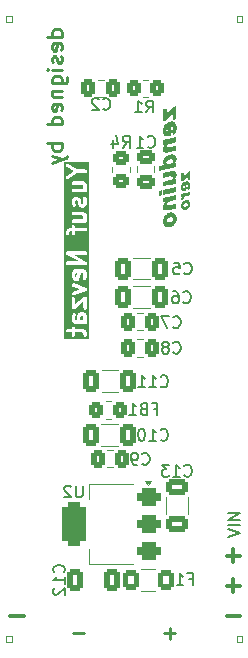
<source format=gbo>
G04 #@! TF.GenerationSoftware,KiCad,Pcbnew,8.0.4*
G04 #@! TF.CreationDate,2024-10-13T11:01:47+03:00*
G04 #@! TF.ProjectId,stm32f0_nucleo,73746d33-3266-4305-9f6e-75636c656f2e,rev?*
G04 #@! TF.SameCoordinates,Original*
G04 #@! TF.FileFunction,Legend,Bot*
G04 #@! TF.FilePolarity,Positive*
%FSLAX46Y46*%
G04 Gerber Fmt 4.6, Leading zero omitted, Abs format (unit mm)*
G04 Created by KiCad (PCBNEW 8.0.4) date 2024-10-13 11:01:47*
%MOMM*%
%LPD*%
G01*
G04 APERTURE LIST*
G04 Aperture macros list*
%AMRoundRect*
0 Rectangle with rounded corners*
0 $1 Rounding radius*
0 $2 $3 $4 $5 $6 $7 $8 $9 X,Y pos of 4 corners*
0 Add a 4 corners polygon primitive as box body*
4,1,4,$2,$3,$4,$5,$6,$7,$8,$9,$2,$3,0*
0 Add four circle primitives for the rounded corners*
1,1,$1+$1,$2,$3*
1,1,$1+$1,$4,$5*
1,1,$1+$1,$6,$7*
1,1,$1+$1,$8,$9*
0 Add four rect primitives between the rounded corners*
20,1,$1+$1,$2,$3,$4,$5,0*
20,1,$1+$1,$4,$5,$6,$7,0*
20,1,$1+$1,$6,$7,$8,$9,0*
20,1,$1+$1,$8,$9,$2,$3,0*%
G04 Aperture macros list end*
%ADD10C,0.200000*%
%ADD11C,0.250000*%
%ADD12C,0.300000*%
%ADD13C,0.050000*%
%ADD14C,0.150000*%
%ADD15C,0.120000*%
%ADD16O,1.700000X1.700000*%
%ADD17R,1.700000X1.700000*%
%ADD18RoundRect,0.250000X0.412500X0.650000X-0.412500X0.650000X-0.412500X-0.650000X0.412500X-0.650000X0*%
%ADD19RoundRect,0.250000X0.650000X-0.412500X0.650000X0.412500X-0.650000X0.412500X-0.650000X-0.412500X0*%
%ADD20RoundRect,0.250000X0.350000X0.450000X-0.350000X0.450000X-0.350000X-0.450000X0.350000X-0.450000X0*%
%ADD21RoundRect,0.375000X0.625000X0.375000X-0.625000X0.375000X-0.625000X-0.375000X0.625000X-0.375000X0*%
%ADD22RoundRect,0.500000X0.500000X1.400000X-0.500000X1.400000X-0.500000X-1.400000X0.500000X-1.400000X0*%
%ADD23RoundRect,0.250000X-0.337500X-0.475000X0.337500X-0.475000X0.337500X0.475000X-0.337500X0.475000X0*%
%ADD24RoundRect,0.250000X-0.450000X0.350000X-0.450000X-0.350000X0.450000X-0.350000X0.450000X0.350000X0*%
%ADD25RoundRect,0.250000X-0.412500X-0.650000X0.412500X-0.650000X0.412500X0.650000X-0.412500X0.650000X0*%
%ADD26RoundRect,0.250000X0.337500X0.475000X-0.337500X0.475000X-0.337500X-0.475000X0.337500X-0.475000X0*%
%ADD27RoundRect,0.250000X-0.475000X0.337500X-0.475000X-0.337500X0.475000X-0.337500X0.475000X0.337500X0*%
%ADD28RoundRect,0.250001X0.462499X0.624999X-0.462499X0.624999X-0.462499X-0.624999X0.462499X-0.624999X0*%
G04 APERTURE END LIST*
D10*
X156277219Y-101603183D02*
X157277219Y-101269850D01*
X157277219Y-101269850D02*
X156277219Y-100936517D01*
X157277219Y-100603183D02*
X156277219Y-100603183D01*
X157277219Y-100126993D02*
X156277219Y-100126993D01*
X156277219Y-100126993D02*
X157277219Y-99555565D01*
X157277219Y-99555565D02*
X156277219Y-99555565D01*
D11*
X150880187Y-109763000D02*
X151794473Y-109763000D01*
X151337330Y-110220142D02*
X151337330Y-109305857D01*
X143180187Y-109743000D02*
X144094473Y-109743000D01*
D12*
X137844510Y-108259400D02*
X138987368Y-108259400D01*
X156154510Y-108279400D02*
X157297368Y-108279400D01*
X156154510Y-103189400D02*
X157297368Y-103189400D01*
X156725939Y-103760828D02*
X156725939Y-102617971D01*
X156164510Y-105719400D02*
X157307368Y-105719400D01*
X156735939Y-106290828D02*
X156735939Y-105147971D01*
D13*
X137500000Y-57500000D02*
X138000000Y-57500000D01*
X138000000Y-58000000D01*
X137500000Y-58000000D01*
X137500000Y-57500000D01*
X157000000Y-57500000D02*
X157500000Y-57500000D01*
X157500000Y-58000000D01*
X157000000Y-58000000D01*
X157000000Y-57500000D01*
X137500000Y-110000000D02*
X138000000Y-110000000D01*
X138000000Y-110500000D01*
X137500000Y-110500000D01*
X137500000Y-110000000D01*
X157000000Y-110000000D02*
X157500000Y-110000000D01*
X157500000Y-110500000D01*
X157000000Y-110500000D01*
X157000000Y-110000000D01*
D11*
G36*
X150802976Y-65406646D02*
G01*
X150802976Y-66399494D01*
X151043677Y-66349668D01*
X151623632Y-65688747D01*
X151623632Y-66262473D01*
X151905000Y-66203855D01*
X151905000Y-65137369D01*
X151637920Y-65193056D01*
X151084344Y-65819905D01*
X151084344Y-65348394D01*
X150802976Y-65406646D01*
G37*
G36*
X151592124Y-66426761D02*
G01*
X151671259Y-66448953D01*
X151695763Y-66459275D01*
X151761625Y-66496231D01*
X151821345Y-66547830D01*
X151866898Y-66610519D01*
X151874351Y-66624570D01*
X151901940Y-66697786D01*
X151918289Y-66776589D01*
X151926283Y-66856135D01*
X151928447Y-66932187D01*
X151925768Y-67020510D01*
X151917731Y-67101928D01*
X151904335Y-67176443D01*
X151881936Y-67254652D01*
X151852243Y-67323464D01*
X151820052Y-67377938D01*
X151773704Y-67439928D01*
X151717890Y-67500235D01*
X151662515Y-67550587D01*
X151600184Y-67599703D01*
X151553290Y-67205495D01*
X151574791Y-67182025D01*
X151618136Y-67120132D01*
X151635773Y-67074966D01*
X151647079Y-66999232D01*
X151647013Y-66993305D01*
X151630135Y-66916250D01*
X151579302Y-66858548D01*
X151510896Y-66834784D01*
X151436053Y-66834734D01*
X151436053Y-67657222D01*
X151389891Y-67666748D01*
X151363958Y-67671861D01*
X151289851Y-67683165D01*
X151210393Y-67688703D01*
X151128814Y-67684942D01*
X151048806Y-67667847D01*
X151016990Y-67656117D01*
X150952519Y-67620977D01*
X150892441Y-67567726D01*
X150848771Y-67507013D01*
X150828823Y-67467314D01*
X150803939Y-67392484D01*
X150789266Y-67315587D01*
X150781963Y-67241193D01*
X150779528Y-67158967D01*
X150780151Y-67123916D01*
X150780677Y-67117568D01*
X151060896Y-67117568D01*
X151067185Y-67179618D01*
X151098998Y-67246161D01*
X151149556Y-67277577D01*
X151225027Y-67283897D01*
X151225027Y-66879797D01*
X151176891Y-66901041D01*
X151118415Y-66949040D01*
X151101845Y-66971798D01*
X151070389Y-67042564D01*
X151060896Y-67117568D01*
X150780677Y-67117568D01*
X150787154Y-67039344D01*
X150801940Y-66959138D01*
X150824506Y-66883296D01*
X150854855Y-66811819D01*
X150892985Y-66744707D01*
X150938897Y-66681960D01*
X150959203Y-66658281D01*
X151013336Y-66603867D01*
X151072282Y-66556286D01*
X151136040Y-66515539D01*
X151204610Y-66481625D01*
X151277992Y-66454545D01*
X151356186Y-66434298D01*
X151433122Y-66422227D01*
X151515554Y-66418907D01*
X151592124Y-66426761D01*
G37*
G36*
X150802976Y-67999773D02*
G01*
X150802976Y-68381891D01*
X150981762Y-68344888D01*
X150931249Y-68398400D01*
X150883728Y-68456904D01*
X150842484Y-68519801D01*
X150826423Y-68550418D01*
X150799724Y-68620837D01*
X150784108Y-68698096D01*
X150779528Y-68774267D01*
X150786054Y-68853287D01*
X150808997Y-68927898D01*
X150853862Y-68993056D01*
X150883942Y-69018632D01*
X150951453Y-69051018D01*
X151026546Y-69063944D01*
X151103898Y-69063008D01*
X151178851Y-69053107D01*
X151205610Y-69047941D01*
X151905000Y-68902494D01*
X151905000Y-68490701D01*
X151297934Y-68616730D01*
X151223493Y-68626246D01*
X151151022Y-68610136D01*
X151110493Y-68545426D01*
X151107791Y-68514148D01*
X151124231Y-68439574D01*
X151166043Y-68381158D01*
X151228609Y-68338065D01*
X151297475Y-68311089D01*
X151374870Y-68291399D01*
X151905000Y-68181123D01*
X151905000Y-67770795D01*
X150802976Y-67999773D01*
G37*
G36*
X151606853Y-69221888D02*
G01*
X151679505Y-69236512D01*
X151757721Y-69265195D01*
X151806905Y-69293543D01*
X151861757Y-69344622D01*
X151900270Y-69408988D01*
X151922445Y-69486643D01*
X151928447Y-69563782D01*
X151925722Y-69617477D01*
X151911417Y-69695358D01*
X151884849Y-69770045D01*
X151854908Y-69823832D01*
X151810420Y-69883940D01*
X151757355Y-69944068D01*
X151905000Y-69913293D01*
X151905000Y-70297243D01*
X150404371Y-70609385D01*
X150404371Y-70195027D01*
X150897864Y-70092445D01*
X150846024Y-70038224D01*
X150809204Y-69972278D01*
X150802249Y-69953948D01*
X150784426Y-69878482D01*
X150784063Y-69872993D01*
X151060896Y-69872993D01*
X151076513Y-69940168D01*
X151131971Y-69993527D01*
X151195358Y-70012967D01*
X151271656Y-70013770D01*
X151347027Y-70002320D01*
X151366600Y-69998019D01*
X151437938Y-69978156D01*
X151511461Y-69947337D01*
X151576737Y-69901570D01*
X151585255Y-69893145D01*
X151629494Y-69831686D01*
X151647079Y-69756123D01*
X151633755Y-69699052D01*
X151577470Y-69647313D01*
X151513705Y-69630260D01*
X151435431Y-69631011D01*
X151357285Y-69643283D01*
X151337631Y-69647563D01*
X151266202Y-69666946D01*
X151193079Y-69696263D01*
X151129040Y-69738904D01*
X151080128Y-69799569D01*
X151060896Y-69872993D01*
X150784063Y-69872993D01*
X150779528Y-69804483D01*
X150784629Y-69732209D01*
X150803472Y-69651341D01*
X150836200Y-69574189D01*
X150875304Y-69511017D01*
X150924609Y-69450575D01*
X150972971Y-69403805D01*
X151039295Y-69354174D01*
X151114660Y-69311627D01*
X151184371Y-69281583D01*
X151260361Y-69256458D01*
X151342630Y-69236252D01*
X151372888Y-69230397D01*
X151446016Y-69220231D01*
X151529024Y-69216462D01*
X151606853Y-69221888D01*
G37*
G36*
X151905000Y-71697854D02*
G01*
X151905000Y-71314637D01*
X151726580Y-71351639D01*
X151777253Y-71298150D01*
X151824899Y-71239727D01*
X151866215Y-71176987D01*
X151882285Y-71146475D01*
X151908567Y-71076596D01*
X151923939Y-70999443D01*
X151928447Y-70922993D01*
X151921944Y-70844271D01*
X151899082Y-70769831D01*
X151854374Y-70704658D01*
X151824399Y-70678995D01*
X151756799Y-70646608D01*
X151681820Y-70633682D01*
X151604718Y-70634619D01*
X151530091Y-70644519D01*
X151503464Y-70649685D01*
X150802976Y-70795132D01*
X150802976Y-71207292D01*
X151409309Y-71081263D01*
X151483633Y-71071923D01*
X151556587Y-71087857D01*
X151597460Y-71152223D01*
X151600184Y-71183478D01*
X151583848Y-71257584D01*
X151542299Y-71316102D01*
X151479732Y-71359432D01*
X151410867Y-71386508D01*
X151333471Y-71406228D01*
X150802976Y-71516503D01*
X150802976Y-71926831D01*
X151905000Y-71697854D01*
G37*
G36*
X150404371Y-72296859D02*
G01*
X150404371Y-72706821D01*
X150685739Y-72648203D01*
X150685739Y-72238241D01*
X150404371Y-72296859D01*
G37*
G36*
X150802976Y-72213695D02*
G01*
X150802976Y-72623656D01*
X151905000Y-72394678D01*
X151905000Y-71984717D01*
X150802976Y-72213695D01*
G37*
G36*
X150802976Y-72897330D02*
G01*
X150802976Y-73279448D01*
X150981762Y-73242445D01*
X150931249Y-73295957D01*
X150883728Y-73354462D01*
X150842484Y-73417359D01*
X150826423Y-73447976D01*
X150799724Y-73518395D01*
X150784108Y-73595653D01*
X150779528Y-73671824D01*
X150786054Y-73750845D01*
X150808997Y-73825455D01*
X150853862Y-73890614D01*
X150883942Y-73916189D01*
X150951453Y-73948576D01*
X151026546Y-73961502D01*
X151103898Y-73960565D01*
X151178851Y-73950665D01*
X151205610Y-73945498D01*
X151905000Y-73800052D01*
X151905000Y-73388258D01*
X151297934Y-73514288D01*
X151223493Y-73523804D01*
X151151022Y-73507693D01*
X151110493Y-73442984D01*
X151107791Y-73411706D01*
X151124231Y-73337132D01*
X151166043Y-73278715D01*
X151228609Y-73235623D01*
X151297475Y-73208647D01*
X151374870Y-73188956D01*
X151905000Y-73078681D01*
X151905000Y-72668353D01*
X150802976Y-72897330D01*
G37*
G36*
X151573653Y-74124078D02*
G01*
X151654389Y-74146266D01*
X151727835Y-74183704D01*
X151793991Y-74236392D01*
X151810273Y-74253282D01*
X151858987Y-74320195D01*
X151890500Y-74387206D01*
X151912559Y-74463129D01*
X151925164Y-74547965D01*
X151928447Y-74625471D01*
X151927814Y-74661288D01*
X151920698Y-74747677D01*
X151905675Y-74829558D01*
X151882745Y-74906931D01*
X151851908Y-74979796D01*
X151813164Y-75048153D01*
X151766514Y-75112002D01*
X151745914Y-75136121D01*
X151691285Y-75191471D01*
X151632184Y-75239755D01*
X151568611Y-75280972D01*
X151500565Y-75315124D01*
X151428047Y-75342210D01*
X151351057Y-75362229D01*
X151282276Y-75373306D01*
X151204343Y-75377153D01*
X151119771Y-75368618D01*
X151042035Y-75346058D01*
X150971137Y-75309473D01*
X150959349Y-75301517D01*
X150896477Y-75245687D01*
X150847078Y-75175972D01*
X150816204Y-75107270D01*
X150794685Y-75028925D01*
X150782522Y-74940939D01*
X150779528Y-74863607D01*
X150780165Y-74828757D01*
X150781687Y-74810851D01*
X151060896Y-74810851D01*
X151078756Y-74884948D01*
X151132337Y-74937979D01*
X151196153Y-74959824D01*
X151273117Y-74961744D01*
X151349225Y-74950436D01*
X151368445Y-74946251D01*
X151446646Y-74923595D01*
X151517629Y-74891080D01*
X151576371Y-74846388D01*
X151592943Y-74828173D01*
X151633545Y-74760273D01*
X151647079Y-74685921D01*
X151647009Y-74680469D01*
X151629127Y-74609259D01*
X151575272Y-74555129D01*
X151510442Y-74533387D01*
X151431735Y-74531742D01*
X151353621Y-74543405D01*
X151335416Y-74547418D01*
X151260825Y-74569584D01*
X151192017Y-74602099D01*
X151133436Y-74647452D01*
X151112539Y-74670858D01*
X151074781Y-74735397D01*
X151060896Y-74810851D01*
X150781687Y-74810851D01*
X150787330Y-74744436D01*
X150802455Y-74664122D01*
X150825540Y-74587815D01*
X150856587Y-74515515D01*
X150895593Y-74447223D01*
X150942561Y-74382937D01*
X150963284Y-74358643D01*
X151018112Y-74302915D01*
X151077251Y-74254344D01*
X151140701Y-74212927D01*
X151208462Y-74178666D01*
X151280535Y-74151561D01*
X151356919Y-74131612D01*
X151406703Y-74123008D01*
X151485627Y-74117140D01*
X151573653Y-74124078D01*
G37*
X142237905Y-59241139D02*
X140937905Y-59241139D01*
X142176001Y-59241139D02*
X142237905Y-59117330D01*
X142237905Y-59117330D02*
X142237905Y-58869711D01*
X142237905Y-58869711D02*
X142176001Y-58745901D01*
X142176001Y-58745901D02*
X142114096Y-58683996D01*
X142114096Y-58683996D02*
X141990286Y-58622092D01*
X141990286Y-58622092D02*
X141618858Y-58622092D01*
X141618858Y-58622092D02*
X141495048Y-58683996D01*
X141495048Y-58683996D02*
X141433143Y-58745901D01*
X141433143Y-58745901D02*
X141371239Y-58869711D01*
X141371239Y-58869711D02*
X141371239Y-59117330D01*
X141371239Y-59117330D02*
X141433143Y-59241139D01*
X142176001Y-60355424D02*
X142237905Y-60231615D01*
X142237905Y-60231615D02*
X142237905Y-59983996D01*
X142237905Y-59983996D02*
X142176001Y-59860186D01*
X142176001Y-59860186D02*
X142052191Y-59798282D01*
X142052191Y-59798282D02*
X141556953Y-59798282D01*
X141556953Y-59798282D02*
X141433143Y-59860186D01*
X141433143Y-59860186D02*
X141371239Y-59983996D01*
X141371239Y-59983996D02*
X141371239Y-60231615D01*
X141371239Y-60231615D02*
X141433143Y-60355424D01*
X141433143Y-60355424D02*
X141556953Y-60417329D01*
X141556953Y-60417329D02*
X141680762Y-60417329D01*
X141680762Y-60417329D02*
X141804572Y-59798282D01*
X142176001Y-60912568D02*
X142237905Y-61036377D01*
X142237905Y-61036377D02*
X142237905Y-61283996D01*
X142237905Y-61283996D02*
X142176001Y-61407806D01*
X142176001Y-61407806D02*
X142052191Y-61469710D01*
X142052191Y-61469710D02*
X141990286Y-61469710D01*
X141990286Y-61469710D02*
X141866477Y-61407806D01*
X141866477Y-61407806D02*
X141804572Y-61283996D01*
X141804572Y-61283996D02*
X141804572Y-61098282D01*
X141804572Y-61098282D02*
X141742667Y-60974472D01*
X141742667Y-60974472D02*
X141618858Y-60912568D01*
X141618858Y-60912568D02*
X141556953Y-60912568D01*
X141556953Y-60912568D02*
X141433143Y-60974472D01*
X141433143Y-60974472D02*
X141371239Y-61098282D01*
X141371239Y-61098282D02*
X141371239Y-61283996D01*
X141371239Y-61283996D02*
X141433143Y-61407806D01*
X142237905Y-62026853D02*
X141371239Y-62026853D01*
X140937905Y-62026853D02*
X140999810Y-61964949D01*
X140999810Y-61964949D02*
X141061715Y-62026853D01*
X141061715Y-62026853D02*
X140999810Y-62088758D01*
X140999810Y-62088758D02*
X140937905Y-62026853D01*
X140937905Y-62026853D02*
X141061715Y-62026853D01*
X141371239Y-63203044D02*
X142423620Y-63203044D01*
X142423620Y-63203044D02*
X142547429Y-63141139D01*
X142547429Y-63141139D02*
X142609334Y-63079235D01*
X142609334Y-63079235D02*
X142671239Y-62955425D01*
X142671239Y-62955425D02*
X142671239Y-62769711D01*
X142671239Y-62769711D02*
X142609334Y-62645901D01*
X142176001Y-63203044D02*
X142237905Y-63079235D01*
X142237905Y-63079235D02*
X142237905Y-62831616D01*
X142237905Y-62831616D02*
X142176001Y-62707806D01*
X142176001Y-62707806D02*
X142114096Y-62645901D01*
X142114096Y-62645901D02*
X141990286Y-62583997D01*
X141990286Y-62583997D02*
X141618858Y-62583997D01*
X141618858Y-62583997D02*
X141495048Y-62645901D01*
X141495048Y-62645901D02*
X141433143Y-62707806D01*
X141433143Y-62707806D02*
X141371239Y-62831616D01*
X141371239Y-62831616D02*
X141371239Y-63079235D01*
X141371239Y-63079235D02*
X141433143Y-63203044D01*
X141371239Y-63822091D02*
X142237905Y-63822091D01*
X141495048Y-63822091D02*
X141433143Y-63883996D01*
X141433143Y-63883996D02*
X141371239Y-64007806D01*
X141371239Y-64007806D02*
X141371239Y-64193520D01*
X141371239Y-64193520D02*
X141433143Y-64317329D01*
X141433143Y-64317329D02*
X141556953Y-64379234D01*
X141556953Y-64379234D02*
X142237905Y-64379234D01*
X142176001Y-65493519D02*
X142237905Y-65369710D01*
X142237905Y-65369710D02*
X142237905Y-65122091D01*
X142237905Y-65122091D02*
X142176001Y-64998281D01*
X142176001Y-64998281D02*
X142052191Y-64936377D01*
X142052191Y-64936377D02*
X141556953Y-64936377D01*
X141556953Y-64936377D02*
X141433143Y-64998281D01*
X141433143Y-64998281D02*
X141371239Y-65122091D01*
X141371239Y-65122091D02*
X141371239Y-65369710D01*
X141371239Y-65369710D02*
X141433143Y-65493519D01*
X141433143Y-65493519D02*
X141556953Y-65555424D01*
X141556953Y-65555424D02*
X141680762Y-65555424D01*
X141680762Y-65555424D02*
X141804572Y-64936377D01*
X142237905Y-66669710D02*
X140937905Y-66669710D01*
X142176001Y-66669710D02*
X142237905Y-66545901D01*
X142237905Y-66545901D02*
X142237905Y-66298282D01*
X142237905Y-66298282D02*
X142176001Y-66174472D01*
X142176001Y-66174472D02*
X142114096Y-66112567D01*
X142114096Y-66112567D02*
X141990286Y-66050663D01*
X141990286Y-66050663D02*
X141618858Y-66050663D01*
X141618858Y-66050663D02*
X141495048Y-66112567D01*
X141495048Y-66112567D02*
X141433143Y-66174472D01*
X141433143Y-66174472D02*
X141371239Y-66298282D01*
X141371239Y-66298282D02*
X141371239Y-66545901D01*
X141371239Y-66545901D02*
X141433143Y-66669710D01*
X142237905Y-68279233D02*
X140937905Y-68279233D01*
X141433143Y-68279233D02*
X141371239Y-68403043D01*
X141371239Y-68403043D02*
X141371239Y-68650662D01*
X141371239Y-68650662D02*
X141433143Y-68774471D01*
X141433143Y-68774471D02*
X141495048Y-68836376D01*
X141495048Y-68836376D02*
X141618858Y-68898281D01*
X141618858Y-68898281D02*
X141990286Y-68898281D01*
X141990286Y-68898281D02*
X142114096Y-68836376D01*
X142114096Y-68836376D02*
X142176001Y-68774471D01*
X142176001Y-68774471D02*
X142237905Y-68650662D01*
X142237905Y-68650662D02*
X142237905Y-68403043D01*
X142237905Y-68403043D02*
X142176001Y-68279233D01*
X141371239Y-69331614D02*
X142237905Y-69641138D01*
X141371239Y-69950661D02*
X142237905Y-69641138D01*
X142237905Y-69641138D02*
X142547429Y-69517328D01*
X142547429Y-69517328D02*
X142609334Y-69455423D01*
X142609334Y-69455423D02*
X142671239Y-69331614D01*
G36*
X152325317Y-70814431D02*
G01*
X152325317Y-71476329D01*
X152485785Y-71443112D01*
X152872421Y-71002498D01*
X152872421Y-71384982D01*
X153060000Y-71345903D01*
X153060000Y-70634912D01*
X152881946Y-70672037D01*
X152512896Y-71089937D01*
X152512896Y-70775596D01*
X152325317Y-70814431D01*
G37*
G36*
X152851416Y-71494507D02*
G01*
X152904173Y-71509302D01*
X152920509Y-71516183D01*
X152964417Y-71540820D01*
X153004230Y-71575220D01*
X153034598Y-71617013D01*
X153039567Y-71626380D01*
X153057960Y-71675191D01*
X153068859Y-71727726D01*
X153074188Y-71780757D01*
X153075631Y-71831458D01*
X153073845Y-71890340D01*
X153068487Y-71944619D01*
X153059557Y-71994295D01*
X153044624Y-72046435D01*
X153024829Y-72092309D01*
X153003368Y-72128625D01*
X152972469Y-72169952D01*
X152935260Y-72210157D01*
X152898343Y-72243725D01*
X152856789Y-72276468D01*
X152825526Y-72013663D01*
X152839860Y-71998016D01*
X152868757Y-71956755D01*
X152880515Y-71926644D01*
X152888053Y-71876154D01*
X152888008Y-71872203D01*
X152876756Y-71820833D01*
X152842868Y-71782365D01*
X152797264Y-71766523D01*
X152747369Y-71766489D01*
X152747369Y-72314815D01*
X152716594Y-72321165D01*
X152699305Y-72324574D01*
X152649900Y-72332110D01*
X152596928Y-72335802D01*
X152542542Y-72333294D01*
X152489204Y-72321898D01*
X152467993Y-72314078D01*
X152425012Y-72290651D01*
X152384960Y-72255150D01*
X152355847Y-72214675D01*
X152342549Y-72188209D01*
X152325959Y-72138322D01*
X152316177Y-72087058D01*
X152311308Y-72037462D01*
X152309685Y-71982644D01*
X152310100Y-71959277D01*
X152310450Y-71955045D01*
X152497264Y-71955045D01*
X152501456Y-71996412D01*
X152522665Y-72040774D01*
X152556371Y-72061718D01*
X152606685Y-72065931D01*
X152606685Y-71796531D01*
X152574594Y-71810694D01*
X152535610Y-71842693D01*
X152524563Y-71857865D01*
X152503593Y-71905042D01*
X152497264Y-71955045D01*
X152310450Y-71955045D01*
X152314769Y-71902896D01*
X152324626Y-71849425D01*
X152339671Y-71798864D01*
X152359903Y-71751213D01*
X152385323Y-71706471D01*
X152415931Y-71664640D01*
X152429468Y-71648854D01*
X152465557Y-71612578D01*
X152504855Y-71580857D01*
X152547360Y-71553692D01*
X152593073Y-71531083D01*
X152641994Y-71513030D01*
X152694124Y-71499532D01*
X152745415Y-71491484D01*
X152800369Y-71489271D01*
X152851416Y-71494507D01*
G37*
G36*
X152325317Y-72545868D02*
G01*
X152325317Y-72802079D01*
X152446461Y-72776922D01*
X152406362Y-72806235D01*
X152367846Y-72840330D01*
X152338995Y-72875352D01*
X152317957Y-72920679D01*
X152309800Y-72971480D01*
X152309685Y-72978667D01*
X152315933Y-73028288D01*
X152332792Y-73075165D01*
X152347543Y-73102986D01*
X152549288Y-72976713D01*
X152531953Y-72929899D01*
X152528527Y-72904417D01*
X152539945Y-72854225D01*
X152571390Y-72814046D01*
X152574200Y-72811605D01*
X152619064Y-72781787D01*
X152666219Y-72760680D01*
X152715177Y-72744039D01*
X152772018Y-72728738D01*
X152814291Y-72719281D01*
X153060000Y-72668234D01*
X153060000Y-72393217D01*
X152325317Y-72545868D01*
G37*
G36*
X152839102Y-73071830D02*
G01*
X152892926Y-73086622D01*
X152941890Y-73111581D01*
X152985994Y-73146706D01*
X152996848Y-73157966D01*
X153029324Y-73202575D01*
X153050333Y-73247248D01*
X153065039Y-73297864D01*
X153073443Y-73354421D01*
X153075631Y-73406092D01*
X153075209Y-73429970D01*
X153070465Y-73487563D01*
X153060450Y-73542150D01*
X153045163Y-73593732D01*
X153024605Y-73642309D01*
X152998776Y-73687880D01*
X152967676Y-73730446D01*
X152953943Y-73746525D01*
X152917523Y-73783425D01*
X152878123Y-73815614D01*
X152835740Y-73843093D01*
X152790376Y-73865861D01*
X152742031Y-73883918D01*
X152690704Y-73897264D01*
X152644850Y-73904649D01*
X152592895Y-73907213D01*
X152536514Y-73901523D01*
X152484690Y-73886483D01*
X152437424Y-73862093D01*
X152429566Y-73856790D01*
X152387651Y-73819569D01*
X152354718Y-73773092D01*
X152334136Y-73727291D01*
X152319790Y-73675061D01*
X152311681Y-73616404D01*
X152309685Y-73564849D01*
X152310110Y-73541616D01*
X152311124Y-73529678D01*
X152497264Y-73529678D01*
X152509171Y-73579077D01*
X152544891Y-73614431D01*
X152587435Y-73628994D01*
X152638745Y-73630274D01*
X152689483Y-73622735D01*
X152702296Y-73619945D01*
X152754430Y-73604841D01*
X152801752Y-73583165D01*
X152840914Y-73553370D01*
X152851962Y-73541227D01*
X152879030Y-73495960D01*
X152888053Y-73446392D01*
X152888006Y-73442757D01*
X152876085Y-73395284D01*
X152840181Y-73359197D01*
X152796961Y-73344703D01*
X152744490Y-73343606D01*
X152692414Y-73351381D01*
X152680277Y-73354056D01*
X152630550Y-73368834D01*
X152584678Y-73390511D01*
X152545624Y-73420746D01*
X152531692Y-73436350D01*
X152506520Y-73479376D01*
X152497264Y-73529678D01*
X152311124Y-73529678D01*
X152314886Y-73485402D01*
X152324970Y-73431859D01*
X152340360Y-73380988D01*
X152361058Y-73332788D01*
X152387062Y-73287260D01*
X152418374Y-73244403D01*
X152432189Y-73228206D01*
X152468741Y-73191055D01*
X152508167Y-73158674D01*
X152550467Y-73131063D01*
X152595641Y-73108222D01*
X152643690Y-73090152D01*
X152694612Y-73076852D01*
X152727802Y-73071116D01*
X152780418Y-73067205D01*
X152839102Y-73071830D01*
G37*
D12*
G36*
X144007597Y-82894886D02*
G01*
X144040828Y-82961349D01*
X144040828Y-83247672D01*
X144026695Y-83275940D01*
X143769400Y-83275940D01*
X143769400Y-82961349D01*
X143802631Y-82894885D01*
X143869095Y-82861654D01*
X143941133Y-82861654D01*
X144007597Y-82894886D01*
G37*
G36*
X143426411Y-79626026D02*
G01*
X143374060Y-79599851D01*
X143340828Y-79533386D01*
X143340828Y-79318493D01*
X143374060Y-79252028D01*
X143440524Y-79218797D01*
X143507858Y-79218797D01*
X143426411Y-79626026D01*
G37*
G36*
X144507495Y-84811153D02*
G01*
X142374161Y-84811153D01*
X142374161Y-84110961D01*
X142543710Y-84110961D01*
X142543710Y-84169489D01*
X142566108Y-84223561D01*
X142607492Y-84264945D01*
X142661564Y-84287343D01*
X142690828Y-84290225D01*
X143040828Y-84290225D01*
X143040828Y-84497368D01*
X143043710Y-84526632D01*
X143066108Y-84580704D01*
X143107492Y-84622088D01*
X143161564Y-84644486D01*
X143220092Y-84644486D01*
X143274164Y-84622088D01*
X143315548Y-84580704D01*
X143337946Y-84526632D01*
X143340828Y-84497368D01*
X143340828Y-84290225D01*
X143941132Y-84290225D01*
X144007596Y-84323457D01*
X144040828Y-84389920D01*
X144040828Y-84497368D01*
X144043710Y-84526632D01*
X144066108Y-84580704D01*
X144107492Y-84622088D01*
X144161564Y-84644486D01*
X144220092Y-84644486D01*
X144274164Y-84622088D01*
X144315548Y-84580704D01*
X144337946Y-84526632D01*
X144340828Y-84497368D01*
X144340828Y-84354511D01*
X144337946Y-84325247D01*
X144335883Y-84320268D01*
X144335502Y-84314893D01*
X144324992Y-84287430D01*
X144253564Y-84144572D01*
X144250483Y-84139678D01*
X144249714Y-84137370D01*
X144247220Y-84134494D01*
X144237899Y-84119687D01*
X144223692Y-84107366D01*
X144211368Y-84093155D01*
X144196557Y-84083832D01*
X144193684Y-84081340D01*
X144191376Y-84080570D01*
X144186482Y-84077490D01*
X144043624Y-84006061D01*
X144016161Y-83995551D01*
X144010783Y-83995168D01*
X144005806Y-83993107D01*
X143976542Y-83990225D01*
X143340828Y-83990225D01*
X143340828Y-83925940D01*
X143337946Y-83896676D01*
X143315548Y-83842604D01*
X143274164Y-83801220D01*
X143220092Y-83778822D01*
X143161564Y-83778822D01*
X143107492Y-83801220D01*
X143066108Y-83842604D01*
X143043710Y-83896676D01*
X143040828Y-83925940D01*
X143040828Y-83990225D01*
X142690828Y-83990225D01*
X142661564Y-83993107D01*
X142607492Y-84015505D01*
X142566108Y-84056889D01*
X142543710Y-84110961D01*
X142374161Y-84110961D01*
X142374161Y-82925940D01*
X143040828Y-82925940D01*
X143040828Y-83211654D01*
X143043710Y-83240918D01*
X143045773Y-83245898D01*
X143046155Y-83251273D01*
X143056664Y-83278736D01*
X143128093Y-83421593D01*
X143131171Y-83426483D01*
X143131942Y-83428795D01*
X143134438Y-83431673D01*
X143143758Y-83446479D01*
X143157965Y-83458800D01*
X143170289Y-83473010D01*
X143185098Y-83482332D01*
X143187973Y-83484825D01*
X143190280Y-83485594D01*
X143195175Y-83488675D01*
X143338031Y-83560104D01*
X143365495Y-83570613D01*
X143370869Y-83570994D01*
X143375850Y-83573058D01*
X143405114Y-83575940D01*
X144190828Y-83575940D01*
X144220092Y-83573058D01*
X144274164Y-83550660D01*
X144315548Y-83509276D01*
X144337946Y-83455204D01*
X144337946Y-83396676D01*
X144321539Y-83357069D01*
X144324993Y-83350163D01*
X144335502Y-83322700D01*
X144335883Y-83317324D01*
X144337946Y-83312346D01*
X144340828Y-83283082D01*
X144340828Y-82925940D01*
X144337946Y-82896676D01*
X144335883Y-82891697D01*
X144335502Y-82886322D01*
X144324993Y-82858859D01*
X144253564Y-82716001D01*
X144250484Y-82711108D01*
X144249714Y-82708797D01*
X144247218Y-82705919D01*
X144237900Y-82691115D01*
X144223688Y-82678789D01*
X144211367Y-82664583D01*
X144196562Y-82655263D01*
X144193685Y-82652768D01*
X144191374Y-82651997D01*
X144186482Y-82648918D01*
X144043623Y-82577490D01*
X144016160Y-82566980D01*
X144010784Y-82566598D01*
X144005806Y-82564536D01*
X143976542Y-82561654D01*
X143833685Y-82561654D01*
X143804421Y-82564536D01*
X143799442Y-82566598D01*
X143794067Y-82566980D01*
X143766604Y-82577490D01*
X143623746Y-82648918D01*
X143618853Y-82651997D01*
X143616543Y-82652768D01*
X143613665Y-82655263D01*
X143598861Y-82664583D01*
X143586538Y-82678790D01*
X143572329Y-82691115D01*
X143563007Y-82705923D01*
X143560514Y-82708798D01*
X143559744Y-82711106D01*
X143556664Y-82716000D01*
X143485236Y-82858859D01*
X143474726Y-82886322D01*
X143474344Y-82891697D01*
X143472282Y-82896676D01*
X143469400Y-82925940D01*
X143469400Y-83247672D01*
X143455266Y-83275940D01*
X143440524Y-83275940D01*
X143374060Y-83242708D01*
X143340828Y-83176243D01*
X143340828Y-82961350D01*
X143396421Y-82850164D01*
X143406931Y-82822701D01*
X143411079Y-82764321D01*
X143392571Y-82708798D01*
X143354225Y-82664583D01*
X143301876Y-82638408D01*
X143243495Y-82634260D01*
X143187973Y-82652768D01*
X143143758Y-82691114D01*
X143128093Y-82716000D01*
X143056664Y-82858858D01*
X143046154Y-82886321D01*
X143045771Y-82891698D01*
X143043710Y-82896676D01*
X143040828Y-82925940D01*
X142374161Y-82925940D01*
X142374161Y-81425939D01*
X143040828Y-81425939D01*
X143040828Y-82211654D01*
X143041651Y-82220016D01*
X143041272Y-82223180D01*
X143042337Y-82226981D01*
X143043710Y-82240918D01*
X143051544Y-82259830D01*
X143057067Y-82279536D01*
X143062649Y-82286641D01*
X143066108Y-82294990D01*
X143080577Y-82309459D01*
X143093226Y-82325558D01*
X143101104Y-82329986D01*
X143107492Y-82336374D01*
X143126401Y-82344206D01*
X143144245Y-82354237D01*
X143153214Y-82355313D01*
X143161564Y-82358772D01*
X143182037Y-82358772D01*
X143202354Y-82361210D01*
X143211053Y-82358772D01*
X143220092Y-82358772D01*
X143239004Y-82350937D01*
X143258710Y-82345415D01*
X143270513Y-82337886D01*
X143274164Y-82336374D01*
X143276418Y-82334119D01*
X143283501Y-82329602D01*
X144040828Y-81734558D01*
X144040828Y-82211654D01*
X144043710Y-82240918D01*
X144066108Y-82294990D01*
X144107492Y-82336374D01*
X144161564Y-82358772D01*
X144220092Y-82358772D01*
X144274164Y-82336374D01*
X144315548Y-82294990D01*
X144337946Y-82240918D01*
X144340828Y-82211654D01*
X144340828Y-81425939D01*
X144340004Y-81417576D01*
X144340384Y-81414413D01*
X144339318Y-81410611D01*
X144337946Y-81396675D01*
X144330111Y-81377762D01*
X144324589Y-81358057D01*
X144319006Y-81350951D01*
X144315548Y-81342603D01*
X144301078Y-81328133D01*
X144288430Y-81312035D01*
X144280551Y-81307606D01*
X144274164Y-81301219D01*
X144255254Y-81293386D01*
X144237411Y-81283356D01*
X144228441Y-81282279D01*
X144220092Y-81278821D01*
X144199619Y-81278821D01*
X144179302Y-81276383D01*
X144170603Y-81278821D01*
X144161564Y-81278821D01*
X144142651Y-81286655D01*
X144122946Y-81292178D01*
X144111142Y-81299706D01*
X144107492Y-81301219D01*
X144105237Y-81303473D01*
X144098155Y-81307991D01*
X143340828Y-81903034D01*
X143340828Y-81425939D01*
X143337946Y-81396675D01*
X143315548Y-81342603D01*
X143274164Y-81301219D01*
X143220092Y-81278821D01*
X143161564Y-81278821D01*
X143107492Y-81301219D01*
X143066108Y-81342603D01*
X143043710Y-81396675D01*
X143040828Y-81425939D01*
X142374161Y-81425939D01*
X142374161Y-80261160D01*
X143042438Y-80261160D01*
X143045345Y-80319615D01*
X143070399Y-80372507D01*
X143113788Y-80411787D01*
X143140378Y-80424343D01*
X143744846Y-80640225D01*
X143140378Y-80856107D01*
X143113788Y-80868663D01*
X143070399Y-80907943D01*
X143045345Y-80960835D01*
X143042438Y-81019290D01*
X143062123Y-81074408D01*
X143101403Y-81117797D01*
X143154295Y-81142851D01*
X143212750Y-81145758D01*
X143241278Y-81138629D01*
X144241278Y-80781486D01*
X144267868Y-80768930D01*
X144273450Y-80763876D01*
X144280253Y-80760654D01*
X144294984Y-80744381D01*
X144311257Y-80729650D01*
X144314479Y-80722847D01*
X144319533Y-80717265D01*
X144326916Y-80696590D01*
X144336311Y-80676758D01*
X144336684Y-80669239D01*
X144339218Y-80662147D01*
X144338127Y-80640225D01*
X144339218Y-80618303D01*
X144336684Y-80611210D01*
X144336311Y-80603692D01*
X144326916Y-80583859D01*
X144319533Y-80563185D01*
X144314479Y-80557602D01*
X144311257Y-80550800D01*
X144294984Y-80536068D01*
X144280253Y-80519796D01*
X144273450Y-80516573D01*
X144267868Y-80511520D01*
X144241278Y-80498964D01*
X143241278Y-80141821D01*
X143212750Y-80134692D01*
X143154295Y-80137599D01*
X143101403Y-80162653D01*
X143062123Y-80206042D01*
X143042438Y-80261160D01*
X142374161Y-80261160D01*
X142374161Y-79283083D01*
X143040828Y-79283083D01*
X143040828Y-79568797D01*
X143043710Y-79598061D01*
X143045773Y-79603041D01*
X143046155Y-79608416D01*
X143056664Y-79635879D01*
X143128093Y-79778736D01*
X143131171Y-79783626D01*
X143131942Y-79785938D01*
X143134438Y-79788816D01*
X143143758Y-79803622D01*
X143157965Y-79815943D01*
X143170289Y-79830153D01*
X143185098Y-79839475D01*
X143187973Y-79841968D01*
X143190280Y-79842737D01*
X143195175Y-79845818D01*
X143338031Y-79917247D01*
X143365495Y-79927756D01*
X143370869Y-79928137D01*
X143375850Y-79930201D01*
X143405114Y-79933083D01*
X143547815Y-79933083D01*
X143547971Y-79933083D01*
X143577235Y-79930201D01*
X143590811Y-79924577D01*
X143605229Y-79921725D01*
X143617587Y-79913486D01*
X143631307Y-79907803D01*
X143641697Y-79897412D01*
X143653926Y-79889260D01*
X143662190Y-79876919D01*
X143672691Y-79866419D01*
X143678314Y-79852843D01*
X143686493Y-79840631D01*
X143695058Y-79812500D01*
X143813798Y-79218797D01*
X143941133Y-79218797D01*
X144007597Y-79252029D01*
X144040828Y-79318492D01*
X144040828Y-79533387D01*
X143985236Y-79644572D01*
X143974726Y-79672036D01*
X143970578Y-79730416D01*
X143989086Y-79785938D01*
X144027433Y-79830153D01*
X144079782Y-79856328D01*
X144138162Y-79860476D01*
X144193684Y-79841968D01*
X144237899Y-79803621D01*
X144253564Y-79778736D01*
X144324992Y-79635878D01*
X144335502Y-79608415D01*
X144335883Y-79603039D01*
X144337946Y-79598061D01*
X144340828Y-79568797D01*
X144340828Y-79283083D01*
X144337946Y-79253819D01*
X144335883Y-79248840D01*
X144335502Y-79243465D01*
X144324993Y-79216002D01*
X144253564Y-79073144D01*
X144250484Y-79068251D01*
X144249714Y-79065940D01*
X144247218Y-79063062D01*
X144237900Y-79048258D01*
X144223688Y-79035932D01*
X144211367Y-79021726D01*
X144196562Y-79012406D01*
X144193685Y-79009911D01*
X144191374Y-79009140D01*
X144186482Y-79006061D01*
X144043623Y-78934633D01*
X144016160Y-78924123D01*
X144010784Y-78923741D01*
X144005806Y-78921679D01*
X143976542Y-78918797D01*
X143690990Y-78918797D01*
X143690985Y-78918796D01*
X143690980Y-78918797D01*
X143405114Y-78918797D01*
X143375850Y-78921679D01*
X143370871Y-78923741D01*
X143365496Y-78924123D01*
X143338033Y-78934633D01*
X143195175Y-79006061D01*
X143190281Y-79009141D01*
X143187973Y-79009911D01*
X143185097Y-79012404D01*
X143170290Y-79021726D01*
X143157969Y-79035932D01*
X143143758Y-79048257D01*
X143134435Y-79063067D01*
X143131943Y-79065941D01*
X143131173Y-79068248D01*
X143128093Y-79073143D01*
X143056664Y-79216001D01*
X143046154Y-79243464D01*
X143045771Y-79248841D01*
X143043710Y-79253819D01*
X143040828Y-79283083D01*
X142374161Y-79283083D01*
X142374161Y-77579273D01*
X142541194Y-77579273D01*
X142543710Y-77588497D01*
X142543710Y-77598060D01*
X142551345Y-77616492D01*
X142556594Y-77635737D01*
X142562448Y-77643296D01*
X142566108Y-77652132D01*
X142580215Y-77666239D01*
X142592429Y-77682011D01*
X142604692Y-77690716D01*
X142607492Y-77693516D01*
X142610239Y-77694654D01*
X142616407Y-77699032D01*
X143625993Y-78275939D01*
X142690828Y-78275939D01*
X142661564Y-78278821D01*
X142607492Y-78301219D01*
X142566108Y-78342603D01*
X142543710Y-78396675D01*
X142543710Y-78455203D01*
X142566108Y-78509275D01*
X142607492Y-78550659D01*
X142661564Y-78573057D01*
X142690828Y-78575939D01*
X144190828Y-78575939D01*
X144198354Y-78575197D01*
X144201306Y-78575573D01*
X144205127Y-78574530D01*
X144220092Y-78573057D01*
X144238524Y-78565421D01*
X144257769Y-78560173D01*
X144265328Y-78554318D01*
X144274164Y-78550659D01*
X144288271Y-78536551D01*
X144304043Y-78524338D01*
X144308787Y-78516035D01*
X144315548Y-78509275D01*
X144323182Y-78490844D01*
X144333081Y-78473522D01*
X144334286Y-78464036D01*
X144337946Y-78455203D01*
X144337946Y-78435253D01*
X144340462Y-78415462D01*
X144337946Y-78406236D01*
X144337946Y-78396675D01*
X144330312Y-78378246D01*
X144325063Y-78358998D01*
X144319206Y-78351436D01*
X144315548Y-78342603D01*
X144301442Y-78328497D01*
X144289227Y-78312724D01*
X144276963Y-78304018D01*
X144274164Y-78301219D01*
X144271416Y-78300080D01*
X144265249Y-78295703D01*
X143255662Y-77718796D01*
X144190828Y-77718796D01*
X144220092Y-77715914D01*
X144274164Y-77693516D01*
X144315548Y-77652132D01*
X144337946Y-77598060D01*
X144337946Y-77539532D01*
X144315548Y-77485460D01*
X144274164Y-77444076D01*
X144220092Y-77421678D01*
X144190828Y-77418796D01*
X142690828Y-77418796D01*
X142683302Y-77419537D01*
X142680351Y-77419162D01*
X142676530Y-77420204D01*
X142661564Y-77421678D01*
X142643131Y-77429313D01*
X142623887Y-77434562D01*
X142616327Y-77440416D01*
X142607492Y-77444076D01*
X142593384Y-77458183D01*
X142577613Y-77470397D01*
X142572868Y-77478699D01*
X142566108Y-77485460D01*
X142558473Y-77503890D01*
X142548575Y-77521213D01*
X142547369Y-77530698D01*
X142543710Y-77539532D01*
X142543710Y-77559481D01*
X142541194Y-77579273D01*
X142374161Y-77579273D01*
X142374161Y-75783082D01*
X142540828Y-75783082D01*
X142540828Y-75925939D01*
X142543710Y-75955203D01*
X142566108Y-76009275D01*
X142607492Y-76050659D01*
X142661564Y-76073057D01*
X142720092Y-76073057D01*
X142774164Y-76050659D01*
X142815548Y-76009275D01*
X142837946Y-75955203D01*
X142840828Y-75925939D01*
X142840828Y-75818492D01*
X142874060Y-75752027D01*
X142940524Y-75718796D01*
X143040828Y-75718796D01*
X143040828Y-75925939D01*
X143043710Y-75955203D01*
X143066108Y-76009275D01*
X143107492Y-76050659D01*
X143161564Y-76073057D01*
X143220092Y-76073057D01*
X143274164Y-76050659D01*
X143315548Y-76009275D01*
X143337946Y-75955203D01*
X143340828Y-75925939D01*
X143340828Y-75718796D01*
X144190828Y-75718796D01*
X144220092Y-75715914D01*
X144274164Y-75693516D01*
X144315548Y-75652132D01*
X144337946Y-75598060D01*
X144337946Y-75539532D01*
X144315548Y-75485460D01*
X144274164Y-75444076D01*
X144220092Y-75421678D01*
X144190828Y-75418796D01*
X143340828Y-75418796D01*
X143340828Y-75354511D01*
X143337946Y-75325247D01*
X143315548Y-75271175D01*
X143274164Y-75229791D01*
X143220092Y-75207393D01*
X143161564Y-75207393D01*
X143107492Y-75229791D01*
X143066108Y-75271175D01*
X143043710Y-75325247D01*
X143040828Y-75354511D01*
X143040828Y-75418796D01*
X142905114Y-75418796D01*
X142875850Y-75421678D01*
X142870869Y-75423741D01*
X142865495Y-75424123D01*
X142838031Y-75434632D01*
X142695175Y-75506061D01*
X142690280Y-75509141D01*
X142687973Y-75509911D01*
X142685098Y-75512403D01*
X142670289Y-75521726D01*
X142657965Y-75535935D01*
X142643758Y-75548257D01*
X142634438Y-75563062D01*
X142631942Y-75565941D01*
X142631171Y-75568252D01*
X142628093Y-75573143D01*
X142556664Y-75716000D01*
X142546155Y-75743463D01*
X142545773Y-75748837D01*
X142543710Y-75753818D01*
X142540828Y-75783082D01*
X142374161Y-75783082D01*
X142374161Y-74182389D01*
X143043710Y-74182389D01*
X143043710Y-74240917D01*
X143066108Y-74294989D01*
X143107492Y-74336373D01*
X143161564Y-74358771D01*
X143190828Y-74361653D01*
X143941132Y-74361653D01*
X144007596Y-74394885D01*
X144040828Y-74461348D01*
X144040828Y-74604815D01*
X143996121Y-74694228D01*
X143985839Y-74704511D01*
X143190828Y-74704511D01*
X143161564Y-74707393D01*
X143107492Y-74729791D01*
X143066108Y-74771175D01*
X143043710Y-74825247D01*
X143043710Y-74883775D01*
X143066108Y-74937847D01*
X143107492Y-74979231D01*
X143161564Y-75001629D01*
X143190828Y-75004511D01*
X144190828Y-75004511D01*
X144220092Y-75001629D01*
X144274164Y-74979231D01*
X144315548Y-74937847D01*
X144337946Y-74883775D01*
X144337946Y-74825247D01*
X144315548Y-74771175D01*
X144300554Y-74756181D01*
X144324992Y-74707306D01*
X144335502Y-74679843D01*
X144335883Y-74674467D01*
X144337946Y-74669489D01*
X144340828Y-74640225D01*
X144340828Y-74425939D01*
X144337946Y-74396675D01*
X144335883Y-74391696D01*
X144335502Y-74386321D01*
X144324992Y-74358858D01*
X144253564Y-74216000D01*
X144250483Y-74211106D01*
X144249714Y-74208798D01*
X144247220Y-74205922D01*
X144237899Y-74191115D01*
X144223692Y-74178794D01*
X144211368Y-74164583D01*
X144196557Y-74155260D01*
X144193684Y-74152768D01*
X144191376Y-74151998D01*
X144186482Y-74148918D01*
X144043624Y-74077489D01*
X144016161Y-74066979D01*
X144010783Y-74066596D01*
X144005806Y-74064535D01*
X143976542Y-74061653D01*
X143190828Y-74061653D01*
X143161564Y-74064535D01*
X143107492Y-74086933D01*
X143066108Y-74128317D01*
X143043710Y-74182389D01*
X142374161Y-74182389D01*
X142374161Y-73140225D01*
X143040828Y-73140225D01*
X143040828Y-73354510D01*
X143043710Y-73383774D01*
X143045773Y-73388754D01*
X143046155Y-73394129D01*
X143056664Y-73421592D01*
X143128093Y-73564449D01*
X143143758Y-73589335D01*
X143187973Y-73627681D01*
X143243496Y-73646189D01*
X143301876Y-73642040D01*
X143354225Y-73615866D01*
X143392572Y-73571650D01*
X143411079Y-73516128D01*
X143406930Y-73457748D01*
X143396421Y-73430284D01*
X143340828Y-73319099D01*
X143340828Y-73175635D01*
X143374060Y-73109170D01*
X143440524Y-73075939D01*
X143441133Y-73075939D01*
X143507597Y-73109171D01*
X143540828Y-73175634D01*
X143540828Y-73354510D01*
X143543710Y-73383774D01*
X143545773Y-73388754D01*
X143546155Y-73394129D01*
X143556664Y-73421592D01*
X143628093Y-73564449D01*
X143631171Y-73569339D01*
X143631942Y-73571651D01*
X143634438Y-73574529D01*
X143643758Y-73589335D01*
X143657965Y-73601656D01*
X143670289Y-73615866D01*
X143685098Y-73625188D01*
X143687973Y-73627681D01*
X143690280Y-73628450D01*
X143695175Y-73631531D01*
X143838031Y-73702960D01*
X143865495Y-73713469D01*
X143870869Y-73713850D01*
X143875850Y-73715914D01*
X143905114Y-73718796D01*
X143976542Y-73718796D01*
X144005806Y-73715914D01*
X144010783Y-73713852D01*
X144016161Y-73713470D01*
X144043624Y-73702960D01*
X144186482Y-73631531D01*
X144191376Y-73628450D01*
X144193684Y-73627681D01*
X144196557Y-73625188D01*
X144211368Y-73615866D01*
X144223692Y-73601654D01*
X144237899Y-73589334D01*
X144247220Y-73574526D01*
X144249714Y-73571651D01*
X144250483Y-73569342D01*
X144253564Y-73564449D01*
X144324992Y-73421591D01*
X144335502Y-73394128D01*
X144335883Y-73388752D01*
X144337946Y-73383774D01*
X144340828Y-73354510D01*
X144340828Y-73068796D01*
X144337946Y-73039532D01*
X144335883Y-73034553D01*
X144335502Y-73029178D01*
X144324992Y-73001715D01*
X144253564Y-72858857D01*
X144237899Y-72833972D01*
X144193684Y-72795625D01*
X144138162Y-72777117D01*
X144079782Y-72781265D01*
X144027433Y-72807440D01*
X143989086Y-72851655D01*
X143970578Y-72907177D01*
X143974726Y-72965557D01*
X143985236Y-72993021D01*
X144040828Y-73104205D01*
X144040828Y-73319100D01*
X144007596Y-73385563D01*
X143941132Y-73418796D01*
X143940524Y-73418796D01*
X143874060Y-73385564D01*
X143840828Y-73319099D01*
X143840828Y-73140225D01*
X143837946Y-73110961D01*
X143835883Y-73105982D01*
X143835502Y-73100607D01*
X143824993Y-73073144D01*
X143753564Y-72930286D01*
X143750484Y-72925393D01*
X143749714Y-72923082D01*
X143747218Y-72920204D01*
X143737900Y-72905400D01*
X143723688Y-72893074D01*
X143711367Y-72878868D01*
X143696562Y-72869548D01*
X143693685Y-72867053D01*
X143691374Y-72866282D01*
X143686482Y-72863203D01*
X143543623Y-72791775D01*
X143516160Y-72781265D01*
X143510784Y-72780883D01*
X143505806Y-72778821D01*
X143476542Y-72775939D01*
X143405114Y-72775939D01*
X143375850Y-72778821D01*
X143370871Y-72780883D01*
X143365496Y-72781265D01*
X143338033Y-72791775D01*
X143195175Y-72863203D01*
X143190281Y-72866283D01*
X143187973Y-72867053D01*
X143185097Y-72869546D01*
X143170290Y-72878868D01*
X143157969Y-72893074D01*
X143143758Y-72905399D01*
X143134435Y-72920209D01*
X143131943Y-72923083D01*
X143131173Y-72925390D01*
X143128093Y-72930285D01*
X143056664Y-73073143D01*
X143046154Y-73100606D01*
X143045771Y-73105983D01*
X143043710Y-73110961D01*
X143040828Y-73140225D01*
X142374161Y-73140225D01*
X142374161Y-71610960D01*
X143043710Y-71610960D01*
X143043710Y-71669488D01*
X143066108Y-71723560D01*
X143107492Y-71764944D01*
X143161564Y-71787342D01*
X143190828Y-71790224D01*
X143941132Y-71790224D01*
X144007596Y-71823456D01*
X144040828Y-71889919D01*
X144040828Y-72033386D01*
X143996121Y-72122799D01*
X143985839Y-72133082D01*
X143190828Y-72133082D01*
X143161564Y-72135964D01*
X143107492Y-72158362D01*
X143066108Y-72199746D01*
X143043710Y-72253818D01*
X143043710Y-72312346D01*
X143066108Y-72366418D01*
X143107492Y-72407802D01*
X143161564Y-72430200D01*
X143190828Y-72433082D01*
X144190828Y-72433082D01*
X144220092Y-72430200D01*
X144274164Y-72407802D01*
X144315548Y-72366418D01*
X144337946Y-72312346D01*
X144337946Y-72253818D01*
X144315548Y-72199746D01*
X144300554Y-72184752D01*
X144324992Y-72135877D01*
X144335502Y-72108414D01*
X144335883Y-72103038D01*
X144337946Y-72098060D01*
X144340828Y-72068796D01*
X144340828Y-71854510D01*
X144337946Y-71825246D01*
X144335883Y-71820267D01*
X144335502Y-71814892D01*
X144324992Y-71787429D01*
X144253564Y-71644571D01*
X144250483Y-71639677D01*
X144249714Y-71637369D01*
X144247220Y-71634493D01*
X144237899Y-71619686D01*
X144223692Y-71607365D01*
X144211368Y-71593154D01*
X144196557Y-71583831D01*
X144193684Y-71581339D01*
X144191376Y-71580569D01*
X144186482Y-71577489D01*
X144043624Y-71506060D01*
X144016161Y-71495550D01*
X144010783Y-71495167D01*
X144005806Y-71493106D01*
X143976542Y-71490224D01*
X143190828Y-71490224D01*
X143161564Y-71493106D01*
X143107492Y-71515504D01*
X143066108Y-71556888D01*
X143043710Y-71610960D01*
X142374161Y-71610960D01*
X142374161Y-70143573D01*
X142540865Y-70143573D01*
X142553562Y-70200705D01*
X142587155Y-70248632D01*
X142610297Y-70266774D01*
X143197147Y-70640225D01*
X142610297Y-71013676D01*
X142587155Y-71031818D01*
X142553562Y-71079745D01*
X142540865Y-71136877D01*
X142550999Y-71194520D01*
X142582421Y-71243898D01*
X142630348Y-71277491D01*
X142687480Y-71290188D01*
X142745123Y-71280054D01*
X142771359Y-71266774D01*
X143520221Y-70790225D01*
X144190828Y-70790225D01*
X144220092Y-70787343D01*
X144274164Y-70764945D01*
X144315548Y-70723561D01*
X144337946Y-70669489D01*
X144337946Y-70610961D01*
X144315548Y-70556889D01*
X144274164Y-70515505D01*
X144220092Y-70493107D01*
X144190828Y-70490225D01*
X143520221Y-70490225D01*
X142771359Y-70013676D01*
X142745123Y-70000396D01*
X142687480Y-69990262D01*
X142630348Y-70002959D01*
X142582421Y-70036552D01*
X142550999Y-70085930D01*
X142540865Y-70143573D01*
X142374161Y-70143573D01*
X142374161Y-69823595D01*
X144507495Y-69823595D01*
X144507495Y-84811153D01*
G37*
D14*
X150582857Y-93359580D02*
X150630476Y-93407200D01*
X150630476Y-93407200D02*
X150773333Y-93454819D01*
X150773333Y-93454819D02*
X150868571Y-93454819D01*
X150868571Y-93454819D02*
X151011428Y-93407200D01*
X151011428Y-93407200D02*
X151106666Y-93311961D01*
X151106666Y-93311961D02*
X151154285Y-93216723D01*
X151154285Y-93216723D02*
X151201904Y-93026247D01*
X151201904Y-93026247D02*
X151201904Y-92883390D01*
X151201904Y-92883390D02*
X151154285Y-92692914D01*
X151154285Y-92692914D02*
X151106666Y-92597676D01*
X151106666Y-92597676D02*
X151011428Y-92502438D01*
X151011428Y-92502438D02*
X150868571Y-92454819D01*
X150868571Y-92454819D02*
X150773333Y-92454819D01*
X150773333Y-92454819D02*
X150630476Y-92502438D01*
X150630476Y-92502438D02*
X150582857Y-92550057D01*
X149630476Y-93454819D02*
X150201904Y-93454819D01*
X149916190Y-93454819D02*
X149916190Y-92454819D01*
X149916190Y-92454819D02*
X150011428Y-92597676D01*
X150011428Y-92597676D02*
X150106666Y-92692914D01*
X150106666Y-92692914D02*
X150201904Y-92740533D01*
X149011428Y-92454819D02*
X148916190Y-92454819D01*
X148916190Y-92454819D02*
X148820952Y-92502438D01*
X148820952Y-92502438D02*
X148773333Y-92550057D01*
X148773333Y-92550057D02*
X148725714Y-92645295D01*
X148725714Y-92645295D02*
X148678095Y-92835771D01*
X148678095Y-92835771D02*
X148678095Y-93073866D01*
X148678095Y-93073866D02*
X148725714Y-93264342D01*
X148725714Y-93264342D02*
X148773333Y-93359580D01*
X148773333Y-93359580D02*
X148820952Y-93407200D01*
X148820952Y-93407200D02*
X148916190Y-93454819D01*
X148916190Y-93454819D02*
X149011428Y-93454819D01*
X149011428Y-93454819D02*
X149106666Y-93407200D01*
X149106666Y-93407200D02*
X149154285Y-93359580D01*
X149154285Y-93359580D02*
X149201904Y-93264342D01*
X149201904Y-93264342D02*
X149249523Y-93073866D01*
X149249523Y-93073866D02*
X149249523Y-92835771D01*
X149249523Y-92835771D02*
X149201904Y-92645295D01*
X149201904Y-92645295D02*
X149154285Y-92550057D01*
X149154285Y-92550057D02*
X149106666Y-92502438D01*
X149106666Y-92502438D02*
X149011428Y-92454819D01*
X152582857Y-96399580D02*
X152630476Y-96447200D01*
X152630476Y-96447200D02*
X152773333Y-96494819D01*
X152773333Y-96494819D02*
X152868571Y-96494819D01*
X152868571Y-96494819D02*
X153011428Y-96447200D01*
X153011428Y-96447200D02*
X153106666Y-96351961D01*
X153106666Y-96351961D02*
X153154285Y-96256723D01*
X153154285Y-96256723D02*
X153201904Y-96066247D01*
X153201904Y-96066247D02*
X153201904Y-95923390D01*
X153201904Y-95923390D02*
X153154285Y-95732914D01*
X153154285Y-95732914D02*
X153106666Y-95637676D01*
X153106666Y-95637676D02*
X153011428Y-95542438D01*
X153011428Y-95542438D02*
X152868571Y-95494819D01*
X152868571Y-95494819D02*
X152773333Y-95494819D01*
X152773333Y-95494819D02*
X152630476Y-95542438D01*
X152630476Y-95542438D02*
X152582857Y-95590057D01*
X151630476Y-96494819D02*
X152201904Y-96494819D01*
X151916190Y-96494819D02*
X151916190Y-95494819D01*
X151916190Y-95494819D02*
X152011428Y-95637676D01*
X152011428Y-95637676D02*
X152106666Y-95732914D01*
X152106666Y-95732914D02*
X152201904Y-95780533D01*
X151297142Y-95494819D02*
X150678095Y-95494819D01*
X150678095Y-95494819D02*
X151011428Y-95875771D01*
X151011428Y-95875771D02*
X150868571Y-95875771D01*
X150868571Y-95875771D02*
X150773333Y-95923390D01*
X150773333Y-95923390D02*
X150725714Y-95971009D01*
X150725714Y-95971009D02*
X150678095Y-96066247D01*
X150678095Y-96066247D02*
X150678095Y-96304342D01*
X150678095Y-96304342D02*
X150725714Y-96399580D01*
X150725714Y-96399580D02*
X150773333Y-96447200D01*
X150773333Y-96447200D02*
X150868571Y-96494819D01*
X150868571Y-96494819D02*
X151154285Y-96494819D01*
X151154285Y-96494819D02*
X151249523Y-96447200D01*
X151249523Y-96447200D02*
X151297142Y-96399580D01*
X149973333Y-90741009D02*
X150306666Y-90741009D01*
X150306666Y-91264819D02*
X150306666Y-90264819D01*
X150306666Y-90264819D02*
X149830476Y-90264819D01*
X149116190Y-90741009D02*
X148973333Y-90788628D01*
X148973333Y-90788628D02*
X148925714Y-90836247D01*
X148925714Y-90836247D02*
X148878095Y-90931485D01*
X148878095Y-90931485D02*
X148878095Y-91074342D01*
X148878095Y-91074342D02*
X148925714Y-91169580D01*
X148925714Y-91169580D02*
X148973333Y-91217200D01*
X148973333Y-91217200D02*
X149068571Y-91264819D01*
X149068571Y-91264819D02*
X149449523Y-91264819D01*
X149449523Y-91264819D02*
X149449523Y-90264819D01*
X149449523Y-90264819D02*
X149116190Y-90264819D01*
X149116190Y-90264819D02*
X149020952Y-90312438D01*
X149020952Y-90312438D02*
X148973333Y-90360057D01*
X148973333Y-90360057D02*
X148925714Y-90455295D01*
X148925714Y-90455295D02*
X148925714Y-90550533D01*
X148925714Y-90550533D02*
X148973333Y-90645771D01*
X148973333Y-90645771D02*
X149020952Y-90693390D01*
X149020952Y-90693390D02*
X149116190Y-90741009D01*
X149116190Y-90741009D02*
X149449523Y-90741009D01*
X147925714Y-91264819D02*
X148497142Y-91264819D01*
X148211428Y-91264819D02*
X148211428Y-90264819D01*
X148211428Y-90264819D02*
X148306666Y-90407676D01*
X148306666Y-90407676D02*
X148401904Y-90502914D01*
X148401904Y-90502914D02*
X148497142Y-90550533D01*
X143961904Y-97254819D02*
X143961904Y-98064342D01*
X143961904Y-98064342D02*
X143914285Y-98159580D01*
X143914285Y-98159580D02*
X143866666Y-98207200D01*
X143866666Y-98207200D02*
X143771428Y-98254819D01*
X143771428Y-98254819D02*
X143580952Y-98254819D01*
X143580952Y-98254819D02*
X143485714Y-98207200D01*
X143485714Y-98207200D02*
X143438095Y-98159580D01*
X143438095Y-98159580D02*
X143390476Y-98064342D01*
X143390476Y-98064342D02*
X143390476Y-97254819D01*
X142961904Y-97350057D02*
X142914285Y-97302438D01*
X142914285Y-97302438D02*
X142819047Y-97254819D01*
X142819047Y-97254819D02*
X142580952Y-97254819D01*
X142580952Y-97254819D02*
X142485714Y-97302438D01*
X142485714Y-97302438D02*
X142438095Y-97350057D01*
X142438095Y-97350057D02*
X142390476Y-97445295D01*
X142390476Y-97445295D02*
X142390476Y-97540533D01*
X142390476Y-97540533D02*
X142438095Y-97683390D01*
X142438095Y-97683390D02*
X143009523Y-98254819D01*
X143009523Y-98254819D02*
X142390476Y-98254819D01*
X145696666Y-65349580D02*
X145744285Y-65397200D01*
X145744285Y-65397200D02*
X145887142Y-65444819D01*
X145887142Y-65444819D02*
X145982380Y-65444819D01*
X145982380Y-65444819D02*
X146125237Y-65397200D01*
X146125237Y-65397200D02*
X146220475Y-65301961D01*
X146220475Y-65301961D02*
X146268094Y-65206723D01*
X146268094Y-65206723D02*
X146315713Y-65016247D01*
X146315713Y-65016247D02*
X146315713Y-64873390D01*
X146315713Y-64873390D02*
X146268094Y-64682914D01*
X146268094Y-64682914D02*
X146220475Y-64587676D01*
X146220475Y-64587676D02*
X146125237Y-64492438D01*
X146125237Y-64492438D02*
X145982380Y-64444819D01*
X145982380Y-64444819D02*
X145887142Y-64444819D01*
X145887142Y-64444819D02*
X145744285Y-64492438D01*
X145744285Y-64492438D02*
X145696666Y-64540057D01*
X145315713Y-64540057D02*
X145268094Y-64492438D01*
X145268094Y-64492438D02*
X145172856Y-64444819D01*
X145172856Y-64444819D02*
X144934761Y-64444819D01*
X144934761Y-64444819D02*
X144839523Y-64492438D01*
X144839523Y-64492438D02*
X144791904Y-64540057D01*
X144791904Y-64540057D02*
X144744285Y-64635295D01*
X144744285Y-64635295D02*
X144744285Y-64730533D01*
X144744285Y-64730533D02*
X144791904Y-64873390D01*
X144791904Y-64873390D02*
X145363332Y-65444819D01*
X145363332Y-65444819D02*
X144744285Y-65444819D01*
X147376666Y-68644819D02*
X147709999Y-68168628D01*
X147948094Y-68644819D02*
X147948094Y-67644819D01*
X147948094Y-67644819D02*
X147567142Y-67644819D01*
X147567142Y-67644819D02*
X147471904Y-67692438D01*
X147471904Y-67692438D02*
X147424285Y-67740057D01*
X147424285Y-67740057D02*
X147376666Y-67835295D01*
X147376666Y-67835295D02*
X147376666Y-67978152D01*
X147376666Y-67978152D02*
X147424285Y-68073390D01*
X147424285Y-68073390D02*
X147471904Y-68121009D01*
X147471904Y-68121009D02*
X147567142Y-68168628D01*
X147567142Y-68168628D02*
X147948094Y-68168628D01*
X146519523Y-67978152D02*
X146519523Y-68644819D01*
X146757618Y-67597200D02*
X146995713Y-68311485D01*
X146995713Y-68311485D02*
X146376666Y-68311485D01*
X150572857Y-88829580D02*
X150620476Y-88877200D01*
X150620476Y-88877200D02*
X150763333Y-88924819D01*
X150763333Y-88924819D02*
X150858571Y-88924819D01*
X150858571Y-88924819D02*
X151001428Y-88877200D01*
X151001428Y-88877200D02*
X151096666Y-88781961D01*
X151096666Y-88781961D02*
X151144285Y-88686723D01*
X151144285Y-88686723D02*
X151191904Y-88496247D01*
X151191904Y-88496247D02*
X151191904Y-88353390D01*
X151191904Y-88353390D02*
X151144285Y-88162914D01*
X151144285Y-88162914D02*
X151096666Y-88067676D01*
X151096666Y-88067676D02*
X151001428Y-87972438D01*
X151001428Y-87972438D02*
X150858571Y-87924819D01*
X150858571Y-87924819D02*
X150763333Y-87924819D01*
X150763333Y-87924819D02*
X150620476Y-87972438D01*
X150620476Y-87972438D02*
X150572857Y-88020057D01*
X149620476Y-88924819D02*
X150191904Y-88924819D01*
X149906190Y-88924819D02*
X149906190Y-87924819D01*
X149906190Y-87924819D02*
X150001428Y-88067676D01*
X150001428Y-88067676D02*
X150096666Y-88162914D01*
X150096666Y-88162914D02*
X150191904Y-88210533D01*
X148668095Y-88924819D02*
X149239523Y-88924819D01*
X148953809Y-88924819D02*
X148953809Y-87924819D01*
X148953809Y-87924819D02*
X149049047Y-88067676D01*
X149049047Y-88067676D02*
X149144285Y-88162914D01*
X149144285Y-88162914D02*
X149239523Y-88210533D01*
X151646666Y-83829580D02*
X151694285Y-83877200D01*
X151694285Y-83877200D02*
X151837142Y-83924819D01*
X151837142Y-83924819D02*
X151932380Y-83924819D01*
X151932380Y-83924819D02*
X152075237Y-83877200D01*
X152075237Y-83877200D02*
X152170475Y-83781961D01*
X152170475Y-83781961D02*
X152218094Y-83686723D01*
X152218094Y-83686723D02*
X152265713Y-83496247D01*
X152265713Y-83496247D02*
X152265713Y-83353390D01*
X152265713Y-83353390D02*
X152218094Y-83162914D01*
X152218094Y-83162914D02*
X152170475Y-83067676D01*
X152170475Y-83067676D02*
X152075237Y-82972438D01*
X152075237Y-82972438D02*
X151932380Y-82924819D01*
X151932380Y-82924819D02*
X151837142Y-82924819D01*
X151837142Y-82924819D02*
X151694285Y-82972438D01*
X151694285Y-82972438D02*
X151646666Y-83020057D01*
X151313332Y-82924819D02*
X150646666Y-82924819D01*
X150646666Y-82924819D02*
X151075237Y-83924819D01*
X149346666Y-65664819D02*
X149679999Y-65188628D01*
X149918094Y-65664819D02*
X149918094Y-64664819D01*
X149918094Y-64664819D02*
X149537142Y-64664819D01*
X149537142Y-64664819D02*
X149441904Y-64712438D01*
X149441904Y-64712438D02*
X149394285Y-64760057D01*
X149394285Y-64760057D02*
X149346666Y-64855295D01*
X149346666Y-64855295D02*
X149346666Y-64998152D01*
X149346666Y-64998152D02*
X149394285Y-65093390D01*
X149394285Y-65093390D02*
X149441904Y-65141009D01*
X149441904Y-65141009D02*
X149537142Y-65188628D01*
X149537142Y-65188628D02*
X149918094Y-65188628D01*
X148394285Y-65664819D02*
X148965713Y-65664819D01*
X148679999Y-65664819D02*
X148679999Y-64664819D01*
X148679999Y-64664819D02*
X148775237Y-64807676D01*
X148775237Y-64807676D02*
X148870475Y-64902914D01*
X148870475Y-64902914D02*
X148965713Y-64950533D01*
X142369580Y-104607142D02*
X142417200Y-104559523D01*
X142417200Y-104559523D02*
X142464819Y-104416666D01*
X142464819Y-104416666D02*
X142464819Y-104321428D01*
X142464819Y-104321428D02*
X142417200Y-104178571D01*
X142417200Y-104178571D02*
X142321961Y-104083333D01*
X142321961Y-104083333D02*
X142226723Y-104035714D01*
X142226723Y-104035714D02*
X142036247Y-103988095D01*
X142036247Y-103988095D02*
X141893390Y-103988095D01*
X141893390Y-103988095D02*
X141702914Y-104035714D01*
X141702914Y-104035714D02*
X141607676Y-104083333D01*
X141607676Y-104083333D02*
X141512438Y-104178571D01*
X141512438Y-104178571D02*
X141464819Y-104321428D01*
X141464819Y-104321428D02*
X141464819Y-104416666D01*
X141464819Y-104416666D02*
X141512438Y-104559523D01*
X141512438Y-104559523D02*
X141560057Y-104607142D01*
X142464819Y-105559523D02*
X142464819Y-104988095D01*
X142464819Y-105273809D02*
X141464819Y-105273809D01*
X141464819Y-105273809D02*
X141607676Y-105178571D01*
X141607676Y-105178571D02*
X141702914Y-105083333D01*
X141702914Y-105083333D02*
X141750533Y-104988095D01*
X141560057Y-105940476D02*
X141512438Y-105988095D01*
X141512438Y-105988095D02*
X141464819Y-106083333D01*
X141464819Y-106083333D02*
X141464819Y-106321428D01*
X141464819Y-106321428D02*
X141512438Y-106416666D01*
X141512438Y-106416666D02*
X141560057Y-106464285D01*
X141560057Y-106464285D02*
X141655295Y-106511904D01*
X141655295Y-106511904D02*
X141750533Y-106511904D01*
X141750533Y-106511904D02*
X141893390Y-106464285D01*
X141893390Y-106464285D02*
X142464819Y-105892857D01*
X142464819Y-105892857D02*
X142464819Y-106511904D01*
X149486666Y-68549580D02*
X149534285Y-68597200D01*
X149534285Y-68597200D02*
X149677142Y-68644819D01*
X149677142Y-68644819D02*
X149772380Y-68644819D01*
X149772380Y-68644819D02*
X149915237Y-68597200D01*
X149915237Y-68597200D02*
X150010475Y-68501961D01*
X150010475Y-68501961D02*
X150058094Y-68406723D01*
X150058094Y-68406723D02*
X150105713Y-68216247D01*
X150105713Y-68216247D02*
X150105713Y-68073390D01*
X150105713Y-68073390D02*
X150058094Y-67882914D01*
X150058094Y-67882914D02*
X150010475Y-67787676D01*
X150010475Y-67787676D02*
X149915237Y-67692438D01*
X149915237Y-67692438D02*
X149772380Y-67644819D01*
X149772380Y-67644819D02*
X149677142Y-67644819D01*
X149677142Y-67644819D02*
X149534285Y-67692438D01*
X149534285Y-67692438D02*
X149486666Y-67740057D01*
X148534285Y-68644819D02*
X149105713Y-68644819D01*
X148819999Y-68644819D02*
X148819999Y-67644819D01*
X148819999Y-67644819D02*
X148915237Y-67787676D01*
X148915237Y-67787676D02*
X149010475Y-67882914D01*
X149010475Y-67882914D02*
X149105713Y-67930533D01*
X152983333Y-105151009D02*
X153316666Y-105151009D01*
X153316666Y-105674819D02*
X153316666Y-104674819D01*
X153316666Y-104674819D02*
X152840476Y-104674819D01*
X151935714Y-105674819D02*
X152507142Y-105674819D01*
X152221428Y-105674819D02*
X152221428Y-104674819D01*
X152221428Y-104674819D02*
X152316666Y-104817676D01*
X152316666Y-104817676D02*
X152411904Y-104912914D01*
X152411904Y-104912914D02*
X152507142Y-104960533D01*
X151646666Y-85979580D02*
X151694285Y-86027200D01*
X151694285Y-86027200D02*
X151837142Y-86074819D01*
X151837142Y-86074819D02*
X151932380Y-86074819D01*
X151932380Y-86074819D02*
X152075237Y-86027200D01*
X152075237Y-86027200D02*
X152170475Y-85931961D01*
X152170475Y-85931961D02*
X152218094Y-85836723D01*
X152218094Y-85836723D02*
X152265713Y-85646247D01*
X152265713Y-85646247D02*
X152265713Y-85503390D01*
X152265713Y-85503390D02*
X152218094Y-85312914D01*
X152218094Y-85312914D02*
X152170475Y-85217676D01*
X152170475Y-85217676D02*
X152075237Y-85122438D01*
X152075237Y-85122438D02*
X151932380Y-85074819D01*
X151932380Y-85074819D02*
X151837142Y-85074819D01*
X151837142Y-85074819D02*
X151694285Y-85122438D01*
X151694285Y-85122438D02*
X151646666Y-85170057D01*
X151075237Y-85503390D02*
X151170475Y-85455771D01*
X151170475Y-85455771D02*
X151218094Y-85408152D01*
X151218094Y-85408152D02*
X151265713Y-85312914D01*
X151265713Y-85312914D02*
X151265713Y-85265295D01*
X151265713Y-85265295D02*
X151218094Y-85170057D01*
X151218094Y-85170057D02*
X151170475Y-85122438D01*
X151170475Y-85122438D02*
X151075237Y-85074819D01*
X151075237Y-85074819D02*
X150884761Y-85074819D01*
X150884761Y-85074819D02*
X150789523Y-85122438D01*
X150789523Y-85122438D02*
X150741904Y-85170057D01*
X150741904Y-85170057D02*
X150694285Y-85265295D01*
X150694285Y-85265295D02*
X150694285Y-85312914D01*
X150694285Y-85312914D02*
X150741904Y-85408152D01*
X150741904Y-85408152D02*
X150789523Y-85455771D01*
X150789523Y-85455771D02*
X150884761Y-85503390D01*
X150884761Y-85503390D02*
X151075237Y-85503390D01*
X151075237Y-85503390D02*
X151170475Y-85551009D01*
X151170475Y-85551009D02*
X151218094Y-85598628D01*
X151218094Y-85598628D02*
X151265713Y-85693866D01*
X151265713Y-85693866D02*
X151265713Y-85884342D01*
X151265713Y-85884342D02*
X151218094Y-85979580D01*
X151218094Y-85979580D02*
X151170475Y-86027200D01*
X151170475Y-86027200D02*
X151075237Y-86074819D01*
X151075237Y-86074819D02*
X150884761Y-86074819D01*
X150884761Y-86074819D02*
X150789523Y-86027200D01*
X150789523Y-86027200D02*
X150741904Y-85979580D01*
X150741904Y-85979580D02*
X150694285Y-85884342D01*
X150694285Y-85884342D02*
X150694285Y-85693866D01*
X150694285Y-85693866D02*
X150741904Y-85598628D01*
X150741904Y-85598628D02*
X150789523Y-85551009D01*
X150789523Y-85551009D02*
X150884761Y-85503390D01*
X149016666Y-95389580D02*
X149064285Y-95437200D01*
X149064285Y-95437200D02*
X149207142Y-95484819D01*
X149207142Y-95484819D02*
X149302380Y-95484819D01*
X149302380Y-95484819D02*
X149445237Y-95437200D01*
X149445237Y-95437200D02*
X149540475Y-95341961D01*
X149540475Y-95341961D02*
X149588094Y-95246723D01*
X149588094Y-95246723D02*
X149635713Y-95056247D01*
X149635713Y-95056247D02*
X149635713Y-94913390D01*
X149635713Y-94913390D02*
X149588094Y-94722914D01*
X149588094Y-94722914D02*
X149540475Y-94627676D01*
X149540475Y-94627676D02*
X149445237Y-94532438D01*
X149445237Y-94532438D02*
X149302380Y-94484819D01*
X149302380Y-94484819D02*
X149207142Y-94484819D01*
X149207142Y-94484819D02*
X149064285Y-94532438D01*
X149064285Y-94532438D02*
X149016666Y-94580057D01*
X148540475Y-95484819D02*
X148349999Y-95484819D01*
X148349999Y-95484819D02*
X148254761Y-95437200D01*
X148254761Y-95437200D02*
X148207142Y-95389580D01*
X148207142Y-95389580D02*
X148111904Y-95246723D01*
X148111904Y-95246723D02*
X148064285Y-95056247D01*
X148064285Y-95056247D02*
X148064285Y-94675295D01*
X148064285Y-94675295D02*
X148111904Y-94580057D01*
X148111904Y-94580057D02*
X148159523Y-94532438D01*
X148159523Y-94532438D02*
X148254761Y-94484819D01*
X148254761Y-94484819D02*
X148445237Y-94484819D01*
X148445237Y-94484819D02*
X148540475Y-94532438D01*
X148540475Y-94532438D02*
X148588094Y-94580057D01*
X148588094Y-94580057D02*
X148635713Y-94675295D01*
X148635713Y-94675295D02*
X148635713Y-94913390D01*
X148635713Y-94913390D02*
X148588094Y-95008628D01*
X148588094Y-95008628D02*
X148540475Y-95056247D01*
X148540475Y-95056247D02*
X148445237Y-95103866D01*
X148445237Y-95103866D02*
X148254761Y-95103866D01*
X148254761Y-95103866D02*
X148159523Y-95056247D01*
X148159523Y-95056247D02*
X148111904Y-95008628D01*
X148111904Y-95008628D02*
X148064285Y-94913390D01*
X152576666Y-79279580D02*
X152624285Y-79327200D01*
X152624285Y-79327200D02*
X152767142Y-79374819D01*
X152767142Y-79374819D02*
X152862380Y-79374819D01*
X152862380Y-79374819D02*
X153005237Y-79327200D01*
X153005237Y-79327200D02*
X153100475Y-79231961D01*
X153100475Y-79231961D02*
X153148094Y-79136723D01*
X153148094Y-79136723D02*
X153195713Y-78946247D01*
X153195713Y-78946247D02*
X153195713Y-78803390D01*
X153195713Y-78803390D02*
X153148094Y-78612914D01*
X153148094Y-78612914D02*
X153100475Y-78517676D01*
X153100475Y-78517676D02*
X153005237Y-78422438D01*
X153005237Y-78422438D02*
X152862380Y-78374819D01*
X152862380Y-78374819D02*
X152767142Y-78374819D01*
X152767142Y-78374819D02*
X152624285Y-78422438D01*
X152624285Y-78422438D02*
X152576666Y-78470057D01*
X151671904Y-78374819D02*
X152148094Y-78374819D01*
X152148094Y-78374819D02*
X152195713Y-78851009D01*
X152195713Y-78851009D02*
X152148094Y-78803390D01*
X152148094Y-78803390D02*
X152052856Y-78755771D01*
X152052856Y-78755771D02*
X151814761Y-78755771D01*
X151814761Y-78755771D02*
X151719523Y-78803390D01*
X151719523Y-78803390D02*
X151671904Y-78851009D01*
X151671904Y-78851009D02*
X151624285Y-78946247D01*
X151624285Y-78946247D02*
X151624285Y-79184342D01*
X151624285Y-79184342D02*
X151671904Y-79279580D01*
X151671904Y-79279580D02*
X151719523Y-79327200D01*
X151719523Y-79327200D02*
X151814761Y-79374819D01*
X151814761Y-79374819D02*
X152052856Y-79374819D01*
X152052856Y-79374819D02*
X152148094Y-79327200D01*
X152148094Y-79327200D02*
X152195713Y-79279580D01*
X152496666Y-81709580D02*
X152544285Y-81757200D01*
X152544285Y-81757200D02*
X152687142Y-81804819D01*
X152687142Y-81804819D02*
X152782380Y-81804819D01*
X152782380Y-81804819D02*
X152925237Y-81757200D01*
X152925237Y-81757200D02*
X153020475Y-81661961D01*
X153020475Y-81661961D02*
X153068094Y-81566723D01*
X153068094Y-81566723D02*
X153115713Y-81376247D01*
X153115713Y-81376247D02*
X153115713Y-81233390D01*
X153115713Y-81233390D02*
X153068094Y-81042914D01*
X153068094Y-81042914D02*
X153020475Y-80947676D01*
X153020475Y-80947676D02*
X152925237Y-80852438D01*
X152925237Y-80852438D02*
X152782380Y-80804819D01*
X152782380Y-80804819D02*
X152687142Y-80804819D01*
X152687142Y-80804819D02*
X152544285Y-80852438D01*
X152544285Y-80852438D02*
X152496666Y-80900057D01*
X151639523Y-80804819D02*
X151829999Y-80804819D01*
X151829999Y-80804819D02*
X151925237Y-80852438D01*
X151925237Y-80852438D02*
X151972856Y-80900057D01*
X151972856Y-80900057D02*
X152068094Y-81042914D01*
X152068094Y-81042914D02*
X152115713Y-81233390D01*
X152115713Y-81233390D02*
X152115713Y-81614342D01*
X152115713Y-81614342D02*
X152068094Y-81709580D01*
X152068094Y-81709580D02*
X152020475Y-81757200D01*
X152020475Y-81757200D02*
X151925237Y-81804819D01*
X151925237Y-81804819D02*
X151734761Y-81804819D01*
X151734761Y-81804819D02*
X151639523Y-81757200D01*
X151639523Y-81757200D02*
X151591904Y-81709580D01*
X151591904Y-81709580D02*
X151544285Y-81614342D01*
X151544285Y-81614342D02*
X151544285Y-81376247D01*
X151544285Y-81376247D02*
X151591904Y-81281009D01*
X151591904Y-81281009D02*
X151639523Y-81233390D01*
X151639523Y-81233390D02*
X151734761Y-81185771D01*
X151734761Y-81185771D02*
X151925237Y-81185771D01*
X151925237Y-81185771D02*
X152020475Y-81233390D01*
X152020475Y-81233390D02*
X152068094Y-81281009D01*
X152068094Y-81281009D02*
X152115713Y-81376247D01*
D15*
X145548748Y-92060000D02*
X146971252Y-92060000D01*
X145548748Y-93880000D02*
X146971252Y-93880000D01*
X151050000Y-98208748D02*
X151050000Y-99631252D01*
X152870000Y-98208748D02*
X152870000Y-99631252D01*
X145912936Y-90115000D02*
X146367064Y-90115000D01*
X145912936Y-91585000D02*
X146367064Y-91585000D01*
X144490000Y-97090000D02*
X148250000Y-97090000D01*
X144490000Y-98350000D02*
X144490000Y-97090000D01*
X144490000Y-102650000D02*
X144490000Y-103910000D01*
X144490000Y-103910000D02*
X148250000Y-103910000D01*
X149530000Y-97190000D02*
X149290000Y-96860000D01*
X149770000Y-96860000D01*
X149530000Y-97190000D01*
G36*
X149530000Y-97190000D02*
G01*
X149290000Y-96860000D01*
X149770000Y-96860000D01*
X149530000Y-97190000D01*
G37*
X145751253Y-62885000D02*
X145228747Y-62885000D01*
X145751253Y-64355000D02*
X145228747Y-64355000D01*
X146485000Y-70727064D02*
X146485000Y-70272936D01*
X147955000Y-70727064D02*
X147955000Y-70272936D01*
X146991252Y-87500000D02*
X145568748Y-87500000D01*
X146991252Y-89320000D02*
X145568748Y-89320000D01*
X148548748Y-82645000D02*
X149071252Y-82645000D01*
X148548748Y-84115000D02*
X149071252Y-84115000D01*
X149052936Y-62885000D02*
X149507064Y-62885000D01*
X149052936Y-64355000D02*
X149507064Y-64355000D01*
X148575000Y-70741253D02*
X148575000Y-70218747D01*
X150045000Y-70741253D02*
X150045000Y-70218747D01*
X148927936Y-104320000D02*
X150132064Y-104320000D01*
X148927936Y-106140000D02*
X150132064Y-106140000D01*
X148551248Y-84885000D02*
X149073752Y-84885000D01*
X148551248Y-86355000D02*
X149073752Y-86355000D01*
X146008748Y-94235000D02*
X146531252Y-94235000D01*
X146008748Y-95705000D02*
X146531252Y-95705000D01*
X148228748Y-77980000D02*
X149651252Y-77980000D01*
X148228748Y-79800000D02*
X149651252Y-79800000D01*
X148208748Y-80360000D02*
X149631252Y-80360000D01*
X148208748Y-82180000D02*
X149631252Y-82180000D01*
%LPC*%
D16*
X140000000Y-60000000D03*
X140000000Y-62540000D03*
X140000000Y-65080000D03*
X140000000Y-67620000D03*
X140000000Y-70160000D03*
X140000000Y-72700000D03*
X140000000Y-75240000D03*
X140000000Y-77780000D03*
X140000000Y-80320000D03*
X140000000Y-82860000D03*
X140000000Y-85400000D03*
X140000000Y-87940000D03*
X140000000Y-90480000D03*
X140000000Y-93020000D03*
X140000000Y-95560000D03*
X140000000Y-98100000D03*
X140000000Y-100640000D03*
X140000000Y-103180000D03*
X140000000Y-105720000D03*
D17*
X140000000Y-108260000D03*
D16*
X155000000Y-60000000D03*
X155000000Y-62540000D03*
X155000000Y-65080000D03*
X155000000Y-67620000D03*
X155000000Y-70160000D03*
X155000000Y-72700000D03*
X155000000Y-75240000D03*
X155000000Y-77780000D03*
X155000000Y-80320000D03*
X155000000Y-82860000D03*
X155000000Y-85400000D03*
X155000000Y-87940000D03*
X155000000Y-90480000D03*
X155000000Y-93020000D03*
X155000000Y-95560000D03*
X155000000Y-98100000D03*
D17*
X155000000Y-100640000D03*
X155000000Y-103180000D03*
X155000000Y-105720000D03*
X155000000Y-108260000D03*
X144560001Y-60900000D03*
D16*
X147100001Y-60900000D03*
D17*
X149640000Y-60900000D03*
D18*
X147822500Y-92970000D03*
X144697500Y-92970000D03*
D19*
X151960000Y-100482500D03*
X151960000Y-97357500D03*
D20*
X147140000Y-90850000D03*
X145140000Y-90850000D03*
D21*
X149550000Y-98200000D03*
X149550000Y-100500000D03*
D22*
X143250000Y-100500000D03*
D21*
X149550000Y-102800000D03*
D23*
X144452500Y-63620000D03*
X146527500Y-63620000D03*
D24*
X147220000Y-69500000D03*
X147220000Y-71500000D03*
D25*
X144717500Y-88410000D03*
X147842500Y-88410000D03*
D26*
X149847500Y-83380000D03*
X147772500Y-83380000D03*
D20*
X150280000Y-63620000D03*
X148280000Y-63620000D03*
D18*
X146470000Y-105210000D03*
X143345000Y-105210000D03*
D27*
X149310000Y-69442500D03*
X149310000Y-71517500D03*
D28*
X151017500Y-105230000D03*
X148042500Y-105230000D03*
D26*
X149850000Y-85620000D03*
X147775000Y-85620000D03*
X147307500Y-94970000D03*
X145232500Y-94970000D03*
D18*
X150502500Y-78890000D03*
X147377500Y-78890000D03*
X150482500Y-81270000D03*
X147357500Y-81270000D03*
D17*
X143640001Y-108260000D03*
D16*
X146180001Y-108260000D03*
X148720000Y-108260000D03*
D17*
X151260001Y-108260000D03*
%LPD*%
M02*

</source>
